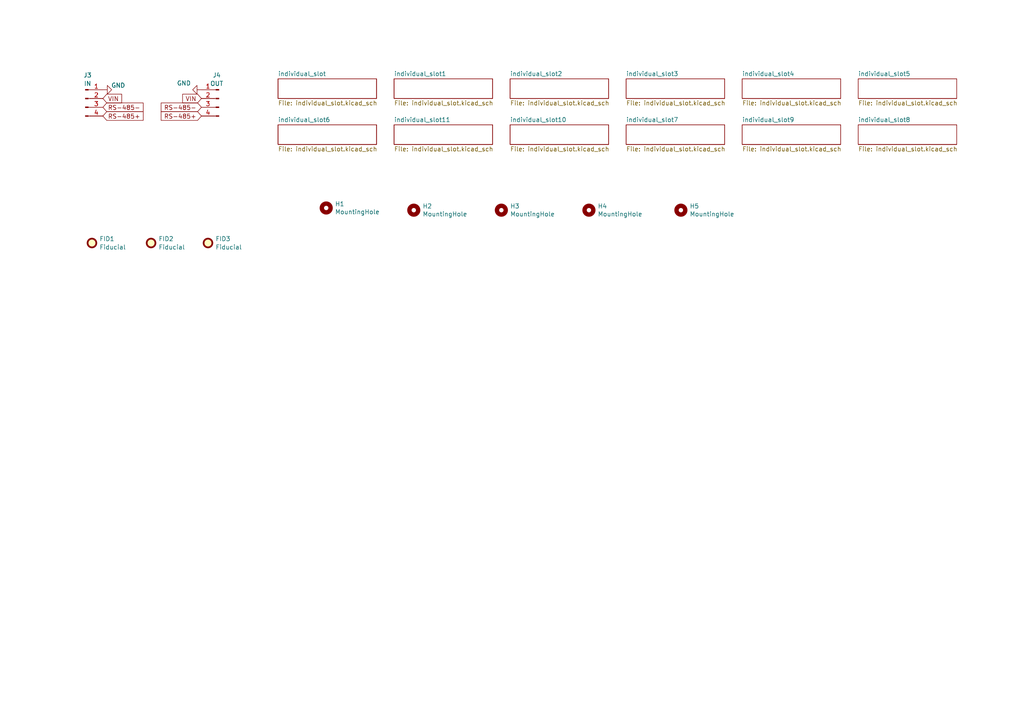
<source format=kicad_sch>
(kicad_sch (version 20230121) (generator eeschema)
  (paper "A4")
  (lib_symbols
    (symbol "Connector:Conn_01x04_Pin" (pin_names (offset 1.016) hide)
      (property "Reference" "J" (at 0 5.08 0))
      (property "Value" "Conn_01x04_Pin" (at 0 -7.62 0))
      (symbol "Conn_01x04_Pin_1_1"
        (polyline (pts (xy 1.27 -5.08) (xy 0.8636 -5.08)) (stroke (width 0.1524)))
        (polyline (pts (xy 1.27 -2.54) (xy 0.8636 -2.54)) (stroke (width 0.1524)))
        (polyline (pts (xy 1.27 0) (xy 0.8636 0)) (stroke (width 0.1524)))
        (polyline (pts (xy 1.27 2.54) (xy 0.8636 2.54)) (stroke (width 0.1524)))
        (rectangle (start 0.8636 -4.953) (end 0 -5.207) (stroke (width 0.1524)) (fill (type outline)))
        (rectangle (start 0.8636 -2.413) (end 0 -2.667) (stroke (width 0.1524)) (fill (type outline)))
        (rectangle (start 0.8636 0.127) (end 0 -0.127) (stroke (width 0.1524)) (fill (type outline)))
        (rectangle (start 0.8636 2.667) (end 0 2.413) (stroke (width 0.1524)) (fill (type outline)))
        (pin passive line (at 5.08 2.54 180) (length 3.81) (name "Pin_1") (number "1"))
        (pin passive line (at 5.08 0 180) (length 3.81) (name "Pin_2") (number "2"))
        (pin passive line (at 5.08 -2.54 180) (length 3.81) (name "Pin_3") (number "3"))
        (pin passive line (at 5.08 -5.08 180) (length 3.81) (name "Pin_4") (number "4"))
      )
    )
    (symbol "Mechanical:Fiducial"
      (property "Reference" "FID" (at 0 5.08 0))
      (property "Value" "Fiducial" (at 0 3.175 0))
      (symbol "Fiducial_0_1"
        (circle (center 0 0) (radius 1.27) (stroke (width 0.508)) (fill (type background)))
      )
    )
    (symbol "Mechanical:MountingHole" (pin_names (offset 1.016))
      (property "Reference" "H" (at 0 5.08 0))
      (property "Value" "MountingHole" (at 0 3.175 0))
      (symbol "MountingHole_0_1"
        (circle (center 0 0) (radius 1.27) (stroke (width 1.27)))
      )
    )
    (symbol "power:GND" (power) (pin_names (offset 0))
      (property "Value" "GND" (at 0 -3.81 0))
      (symbol "GND_0_1"
        (polyline (pts (xy 0 0) (xy 0 -1.27) (xy 1.27 -1.27) (xy 0 -2.54) (xy -1.27 -1.27) (xy 0 -1.27)))
      )
      (symbol "GND_1_1"
        (pin power_in line (at 0 0 270) (length 0) hide (name "GND") (number "1"))
      )
    )
  )
  (global_label "RS-485-" (shape input) (at 58.42 31.115 180) (property "Intersheetrefs" "${INTERSHEET_REFS}" (effects hide)))
  (global_label "RS-485+" (shape input) (at 58.42 33.655 180) (property "Intersheetrefs" "${INTERSHEET_REFS}" (effects hide)))
  (global_label "VIN" (shape input) (at 29.845 28.575 0) (property "Intersheetrefs" "${INTERSHEET_REFS}" (effects hide)))
  (global_label "VIN" (shape input) (at 58.42 28.575 180) (property "Intersheetrefs" "${INTERSHEET_REFS}" (effects hide)))
  (global_label "RS-485+" (shape input) (at 29.845 33.655 0) (property "Intersheetrefs" "${INTERSHEET_REFS}" (effects hide)))
  (global_label "RS-485-" (shape input) (at 29.845 31.115 0) (property "Intersheetrefs" "${INTERSHEET_REFS}" (effects hide)))
  (symbol (lib_id "Mechanical:MountingHole") (at 94.615 60.325 0) (unit 1)
    (property "Reference" "H1" (at 97.155 59.1566 0) (effects (justify left)))
    (property "Value" "MountingHole" (at 97.155 61.468 0) (effects (justify left)))
    (property "Footprint" "MountingHole:MountingHole_3.2mm_M3" (effects hide))
  )
  (symbol (lib_id "power:GND") (at 58.42 26.035 270) (unit 1)
    (property "Reference" "#PWR05" (effects hide))
    (property "Value" "GND" (at 53.34 24.13 90))
  )
  (symbol (lib_id "power:GND") (at 29.845 26.035 90) (unit 1)
    (property "Reference" "#PWR01" (effects hide))
    (property "Value" "GND" (at 34.29 24.765 90))
  )
  (symbol (lib_id "Connector:Conn_01x04_Pin") (at 24.765 28.575 0) (unit 1)
    (property "Reference" "J3" (at 25.4 21.8145 0))
    (property "Value" "IN" (at 25.4 24.2387 0))
    (property "Footprint" "Connector_JST:JST_PH_B4B-PH-SM4-TB_1x04-1MP_P2.00mm_Vertical" (effects hide))
  )
  (symbol (lib_id "Mechanical:MountingHole") (at 145.415 60.96 0) (unit 1)
    (property "Reference" "H3" (at 147.955 59.7916 0) (effects (justify left)))
    (property "Value" "MountingHole" (at 147.955 62.103 0) (effects (justify left)))
    (property "Footprint" "MountingHole:MountingHole_3.2mm_M3" (effects hide))
  )
  (symbol (lib_id "Mechanical:MountingHole") (at 197.485 60.96 0) (unit 1)
    (property "Reference" "H5" (at 200.025 59.7916 0) (effects (justify left)))
    (property "Value" "MountingHole" (at 200.025 62.103 0) (effects (justify left)))
    (property "Footprint" "MountingHole:MountingHole_3.2mm_M3" (effects hide))
  )
  (symbol (lib_id "Mechanical:Fiducial") (at 43.815 70.485 0) (unit 1)
    (property "Reference" "FID2" (at 45.974 69.2729 0) (effects (justify left)))
    (property "Value" "Fiducial" (at 45.974 71.6971 0) (effects (justify left)))
    (property "Footprint" "Fiducial:Fiducial_1mm_Mask2mm" (effects hide))
  )
  (symbol (lib_id "Mechanical:Fiducial") (at 26.67 70.485 0) (unit 1)
    (property "Reference" "FID1" (at 28.829 69.2729 0) (effects (justify left)))
    (property "Value" "Fiducial" (at 28.829 71.6971 0) (effects (justify left)))
    (property "Footprint" "Fiducial:Fiducial_1mm_Mask2mm" (effects hide))
  )
  (symbol (lib_id "Connector:Conn_01x04_Pin") (at 63.5 28.575 0) (mirror y) (unit 1)
    (property "Reference" "J4" (at 62.865 21.8145 0))
    (property "Value" "OUT" (at 62.865 24.2387 0))
    (property "Footprint" "Connector_JST:JST_PH_B4B-PH-SM4-TB_1x04-1MP_P2.00mm_Vertical" (effects hide))
  )
  (symbol (lib_id "Mechanical:MountingHole") (at 170.815 60.96 0) (unit 1)
    (property "Reference" "H4" (at 173.355 59.7916 0) (effects (justify left)))
    (property "Value" "MountingHole" (at 173.355 62.103 0) (effects (justify left)))
    (property "Footprint" "MountingHole:MountingHole_3.2mm_M3" (effects hide))
  )
  (symbol (lib_id "Mechanical:Fiducial") (at 60.325 70.485 0) (unit 1)
    (property "Reference" "FID3" (at 62.484 69.2729 0) (effects (justify left)))
    (property "Value" "Fiducial" (at 62.484 71.6971 0) (effects (justify left)))
    (property "Footprint" "Fiducial:Fiducial_1mm_Mask2mm" (effects hide))
  )
  (symbol (lib_id "Mechanical:MountingHole") (at 120.015 60.96 0) (unit 1)
    (property "Reference" "H2" (at 122.555 59.7916 0) (effects (justify left)))
    (property "Value" "MountingHole" (at 122.555 62.103 0) (effects (justify left)))
    (property "Footprint" "MountingHole:MountingHole_3.2mm_M3" (effects hide))
  )
  (sheet (at 181.61 36.195) (size 28.575 5.715) (stroke (width 0.1524))
    (property "Sheetname" "individual_slot7" (at 181.61 35.4834 0) (effects (justify left bottom)))
    (property "Sheetfile" "individual_slot.kicad_sch" (at 181.61 42.4946 0) (effects (justify left top)))
  )
  (sheet (at 147.955 22.86) (size 28.575 5.715) (stroke (width 0.1524))
    (property "Sheetname" "individual_slot2" (at 147.955 22.1484 0) (effects (justify left bottom)))
    (property "Sheetfile" "individual_slot.kicad_sch" (at 147.955 29.1596 0) (effects (justify left top)))
  )
  (sheet (at 215.265 36.195) (size 28.575 5.715) (stroke (width 0.1524))
    (property "Sheetname" "individual_slot9" (at 215.265 35.4834 0) (effects (justify left bottom)))
    (property "Sheetfile" "individual_slot.kicad_sch" (at 215.265 42.4946 0) (effects (justify left top)))
  )
  (sheet (at 80.645 22.86) (size 28.575 5.715) (stroke (width 0.1524))
    (property "Sheetname" "individual_slot" (at 80.645 22.1484 0) (effects (justify left bottom)))
    (property "Sheetfile" "individual_slot.kicad_sch" (at 80.645 29.1596 0) (effects (justify left top)))
  )
  (sheet (at 181.61 22.86) (size 28.575 5.715) (stroke (width 0.1524))
    (property "Sheetname" "individual_slot3" (at 181.61 22.1484 0) (effects (justify left bottom)))
    (property "Sheetfile" "individual_slot.kicad_sch" (at 181.61 29.1596 0) (effects (justify left top)))
  )
  (sheet (at 248.92 22.86) (size 28.575 5.715) (stroke (width 0.1524))
    (property "Sheetname" "individual_slot5" (at 248.92 22.1484 0) (effects (justify left bottom)))
    (property "Sheetfile" "individual_slot.kicad_sch" (at 248.92 29.1596 0) (effects (justify left top)))
  )
  (sheet (at 215.265 22.86) (size 28.575 5.715) (stroke (width 0.1524))
    (property "Sheetname" "individual_slot4" (at 215.265 22.1484 0) (effects (justify left bottom)))
    (property "Sheetfile" "individual_slot.kicad_sch" (at 215.265 29.1596 0) (effects (justify left top)))
  )
  (sheet (at 248.92 36.195) (size 28.575 5.715) (stroke (width 0.1524))
    (property "Sheetname" "individual_slot8" (at 248.92 35.4834 0) (effects (justify left bottom)))
    (property "Sheetfile" "individual_slot.kicad_sch" (at 248.92 42.4946 0) (effects (justify left top)))
  )
  (sheet (at 80.645 36.195) (size 28.575 5.715) (stroke (width 0.1524))
    (property "Sheetname" "individual_slot6" (at 80.645 35.4834 0) (effects (justify left bottom)))
    (property "Sheetfile" "individual_slot.kicad_sch" (at 80.645 42.4946 0) (effects (justify left top)))
  )
  (sheet (at 114.3 36.195) (size 28.575 5.715) (stroke (width 0.1524))
    (property "Sheetname" "individual_slot11" (at 114.3 35.4834 0) (effects (justify left bottom)))
    (property "Sheetfile" "individual_slot.kicad_sch" (at 114.3 42.4946 0) (effects (justify left top)))
  )
  (sheet (at 147.955 36.195) (size 28.575 5.715) (stroke (width 0.1524))
    (property "Sheetname" "individual_slot10" (at 147.955 35.4834 0) (effects (justify left bottom)))
    (property "Sheetfile" "individual_slot.kicad_sch" (at 147.955 42.4946 0) (effects (justify left top)))
  )
  (sheet (at 114.3 22.86) (size 28.575 5.715) (stroke (width 0.1524))
    (property "Sheetname" "individual_slot1" (at 114.3 22.1484 0) (effects (justify left bottom)))
    (property "Sheetfile" "individual_slot.kicad_sch" (at 114.3 29.1596 0) (effects (justify left top)))
  )
)
</source>
